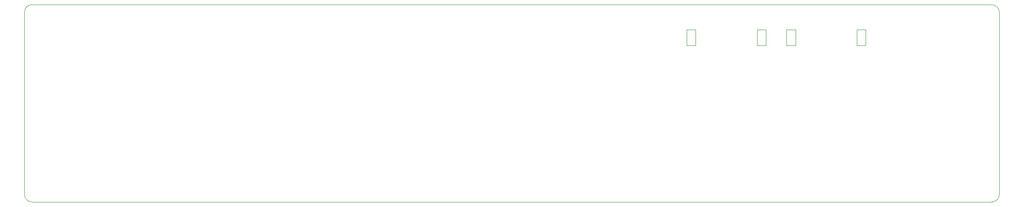
<source format=gbr>
%TF.GenerationSoftware,KiCad,Pcbnew,8.0.1*%
%TF.CreationDate,2024-04-12T14:20:23+02:00*%
%TF.ProjectId,C-Audio Input-Board (CIB),432d4175-6469-46f2-9049-6e7075742d42,rev?*%
%TF.SameCoordinates,Original*%
%TF.FileFunction,Profile,NP*%
%FSLAX46Y46*%
G04 Gerber Fmt 4.6, Leading zero omitted, Abs format (unit mm)*
G04 Created by KiCad (PCBNEW 8.0.1) date 2024-04-12 14:20:23*
%MOMM*%
%LPD*%
G01*
G04 APERTURE LIST*
%TA.AperFunction,Profile*%
%ADD10C,0.050000*%
%TD*%
%TA.AperFunction,Profile*%
%ADD11C,0.120000*%
%TD*%
G04 APERTURE END LIST*
D10*
X246500000Y-56500000D02*
X246500000Y-93500000D01*
X246500000Y-93500000D02*
G75*
G02*
X245000000Y-95000000I-1500000J0D01*
G01*
X245000000Y-55000000D02*
G75*
G02*
X246500000Y-56500000I0J-1500000D01*
G01*
X245000000Y-95000000D02*
X51000000Y-95000000D01*
X51000000Y-95000000D02*
G75*
G02*
X49500000Y-93500000I0J1500000D01*
G01*
X51000000Y-55000000D02*
X245000000Y-55000000D01*
X49500000Y-93500000D02*
X49500000Y-56500000D01*
X49500000Y-56500000D02*
G75*
G02*
X51000000Y-55000000I1500000J0D01*
G01*
%TO.C,J23*%
D11*
X205300000Y-63278007D02*
X203500000Y-63278007D01*
X203500000Y-60078007D01*
X205300000Y-60078007D01*
X205300000Y-63278007D01*
X219500000Y-63278007D02*
X217700000Y-63278007D01*
X217700000Y-60078007D01*
X219500000Y-60078007D01*
X219500000Y-63278007D01*
%TO.C,J28*%
X185100000Y-63283007D02*
X183300000Y-63283007D01*
X183300000Y-60083007D01*
X185100000Y-60083007D01*
X185100000Y-63283007D01*
X199300000Y-63283007D02*
X197500000Y-63283007D01*
X197500000Y-60083007D01*
X199300000Y-60083007D01*
X199300000Y-63283007D01*
%TD*%
M02*

</source>
